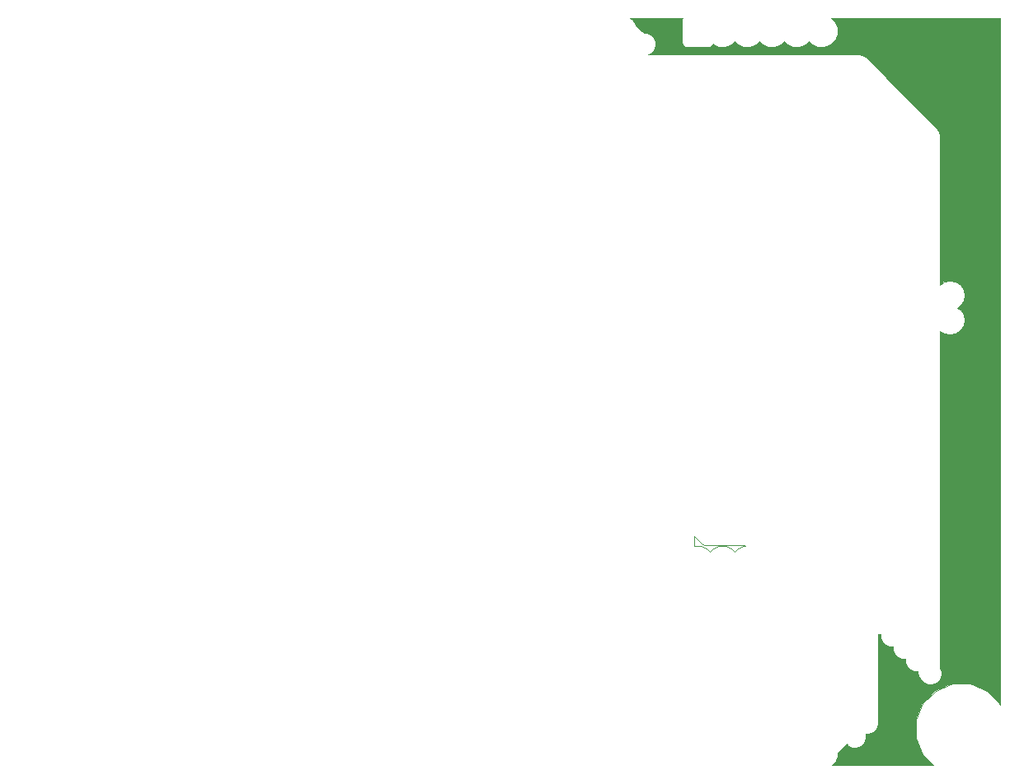
<source format=gbr>
From 4dbd135d68335d27f0f1607ddcc7fea5343f42c5 Mon Sep 17 00:00:00 2001
From: jaseg <git@jaseg.net>
Date: Sat, 10 Jun 2017 19:13:42 +0200
Subject: foo

---
 hw/chibi/chibi_2024/gerbers/chibi_2024-B.Cu.gbr | 740 ++++++++++++------------
 1 file changed, 369 insertions(+), 371 deletions(-)

(limited to 'hw/chibi/chibi_2024/gerbers/chibi_2024-B.Cu.gbr')

diff --git a/hw/chibi/chibi_2024/gerbers/chibi_2024-B.Cu.gbr b/hw/chibi/chibi_2024/gerbers/chibi_2024-B.Cu.gbr
index 656502e..2b7a2ea 100644
--- a/hw/chibi/chibi_2024/gerbers/chibi_2024-B.Cu.gbr
+++ b/hw/chibi/chibi_2024/gerbers/chibi_2024-B.Cu.gbr
@@ -1,7 +1,7 @@
 G04 #@! TF.FileFunction,Copper,L2,Bot,Signal*
 %FSLAX46Y46*%
 G04 Gerber Fmt 4.6, Leading zero omitted, Abs format (unit mm)*
-G04 Created by KiCad (PCBNEW 4.0.4-1.fc24-product) date Wed May 17 10:11:47 2017*
+G04 Created by KiCad (PCBNEW 4.0.4-1.fc24-product) date Wed May 17 21:12:50 2017*
 %MOMM*%
 %LPD*%
 G01*
@@ -497,6 +497,8 @@ X90055700Y-61404500D02*
 X89941400Y-61290200D01*
 X105994200Y-62014100D02*
 X92011500Y-62014100D01*
+X145161000Y-48260000D02*
+X143083000Y-46182000D01*
 X49974000Y-57358000D02*
 X51752000Y-55580000D01*
 X49974000Y-57866000D02*
@@ -505,8 +507,6 @@ X49974000Y-55516000D02*
 X50038000Y-55580000D01*
 X49974000Y-53548000D02*
 X49974000Y-55516000D01*
-X145161000Y-48260000D02*
-X143083000Y-46182000D01*
 X142430000Y-53167000D02*
 X140525000Y-51135000D01*
 X142430000Y-53548000D02*
@@ -2246,325 +2246,6 @@ X129500000Y-114250000D02*
 X124500000Y-114250000D01*
 D27*
 G36*
-X116497569Y-44452110D02*
-X116446560Y-44704000D01*
-X116446560Y-46736000D01*
-X116490838Y-46971317D01*
-X116629910Y-47187441D01*
-X116842110Y-47332431D01*
-X117094000Y-47383440D01*
-X119126000Y-47383440D01*
-X119361317Y-47339162D01*
-X119577441Y-47200090D01*
-X119674899Y-47057456D01*
-X119722637Y-47105278D01*
-X120323352Y-47354716D01*
-X120973795Y-47355284D01*
-X121574943Y-47106894D01*
-X121920199Y-46762241D01*
-X122262637Y-47105278D01*
-X122863352Y-47354716D01*
-X123513795Y-47355284D01*
-X124114943Y-47106894D01*
-X124460199Y-46762241D01*
-X124802637Y-47105278D01*
-X125403352Y-47354716D01*
-X126053795Y-47355284D01*
-X126654943Y-47106894D01*
-X127000199Y-46762241D01*
-X127342637Y-47105278D01*
-X127943352Y-47354716D01*
-X128593795Y-47355284D01*
-X129194943Y-47106894D01*
-X129540199Y-46762241D01*
-X129882637Y-47105278D01*
-X130483352Y-47354716D01*
-X131133795Y-47355284D01*
-X131734943Y-47106894D01*
-X132195278Y-46647363D01*
-X132444716Y-46046648D01*
-X132445284Y-45396205D01*
-X132196894Y-44795057D01*
-X131800530Y-44398000D01*
-X149150000Y-44398000D01*
-X149150000Y-114991703D01*
-X149092653Y-114852913D01*
-X147789945Y-113547929D01*
-X146087003Y-112840806D01*
-X144243086Y-112839197D01*
-X142538913Y-113543347D01*
-X141233929Y-114846055D01*
-X140526806Y-116548997D01*
-X140525197Y-118392914D01*
-X141229347Y-120097087D01*
-X142340319Y-121210000D01*
-X131927173Y-121210000D01*
-X132195278Y-120942363D01*
-X132444716Y-120341648D01*
-X132445027Y-119985105D01*
-X133413520Y-119016612D01*
-X133595235Y-119198645D01*
-X134012244Y-119371803D01*
-X134463775Y-119372197D01*
-X134881086Y-119199767D01*
-X135200645Y-118880765D01*
-X135373803Y-118463756D01*
-X135374197Y-118012225D01*
-X135374000Y-118011748D01*
-X135374000Y-117974883D01*
-X135733775Y-117975197D01*
-X136151086Y-117802767D01*
-X136470645Y-117483765D01*
-X136643803Y-117066756D01*
-X136644197Y-116615225D01*
-X136644000Y-116614748D01*
-X136644000Y-107687883D01*
-X136914000Y-107688119D01*
-X136914000Y-107822010D01*
-X136913803Y-108047775D01*
-X137086233Y-108465086D01*
-X137405235Y-108784645D01*
-X137822244Y-108957803D01*
-X138184000Y-108958119D01*
-X138184000Y-109092010D01*
-X138183803Y-109317775D01*
-X138356233Y-109735086D01*
-X138675235Y-110054645D01*
-X139092244Y-110227803D01*
-X139454000Y-110228119D01*
-X139454000Y-110362010D01*
-X139453803Y-110587775D01*
-X139626233Y-111005086D01*
-X139945235Y-111324645D01*
-X140362244Y-111497803D01*
-X140724000Y-111498119D01*
-X140724000Y-111633000D01*
-X140810397Y-112067346D01*
-X141005683Y-112359612D01*
-X141023233Y-112402086D01*
-X141055987Y-112434898D01*
-X141056434Y-112435566D01*
-X141183020Y-112562152D01*
-X141342235Y-112721645D01*
-X141759244Y-112894803D01*
-X142210775Y-112895197D01*
-X142628086Y-112722767D01*
-X142947645Y-112403765D01*
-X143120803Y-111986756D01*
-X143121197Y-111535225D01*
-X142994000Y-111227386D01*
-X142994000Y-91948991D01*
-X142994197Y-91723225D01*
-X142994000Y-91722748D01*
-X142994000Y-76541121D01*
-X143415152Y-76822526D01*
-X143988641Y-76936600D01*
-X144047359Y-76936600D01*
-X144620848Y-76822526D01*
-X145107029Y-76497670D01*
-X145431885Y-76011489D01*
-X145545959Y-75438000D01*
-X145431885Y-74864511D01*
-X145107029Y-74378330D01*
-X144792248Y-74168000D01*
-X145107029Y-73957670D01*
-X145431885Y-73471489D01*
-X145545959Y-72898000D01*
-X145431885Y-72324511D01*
-X145107029Y-71838330D01*
-X144620848Y-71513474D01*
-X144047359Y-71399400D01*
-X143988641Y-71399400D01*
-X143415152Y-71513474D01*
-X142994000Y-71794879D01*
-X142994000Y-56515000D01*
-X142907603Y-56080654D01*
-X142661566Y-55712434D01*
-X135422566Y-48473434D01*
-X135186433Y-48315655D01*
-X135054346Y-48227397D01*
-X134620000Y-48141000D01*
-X118110990Y-48141000D01*
-X117885225Y-48140803D01*
-X117884748Y-48141000D01*
-X112994546Y-48141000D01*
-X113265686Y-48028967D01*
-X113585245Y-47709965D01*
-X113758403Y-47292956D01*
-X113758797Y-46841425D01*
-X113586367Y-46424114D01*
-X113267365Y-46104555D01*
-X112850356Y-45931397D01*
-X112566179Y-45931149D01*
-X111943215Y-45308185D01*
-X111882233Y-45267438D01*
-X111767866Y-45191020D01*
-X111747526Y-45088766D01*
-X111422670Y-44602585D01*
-X111116487Y-44398000D01*
-X116534541Y-44398000D01*
-X116497569Y-44452110D01*
-X116497569Y-44452110D01*
-G37*
-X116497569Y-44452110D02*
-X116446560Y-44704000D01*
-X116446560Y-46736000D01*
-X116490838Y-46971317D01*
-X116629910Y-47187441D01*
-X116842110Y-47332431D01*
-X117094000Y-47383440D01*
-X119126000Y-47383440D01*
-X119361317Y-47339162D01*
-X119577441Y-47200090D01*
-X119674899Y-47057456D01*
-X119722637Y-47105278D01*
-X120323352Y-47354716D01*
-X120973795Y-47355284D01*
-X121574943Y-47106894D01*
-X121920199Y-46762241D01*
-X122262637Y-47105278D01*
-X122863352Y-47354716D01*
-X123513795Y-47355284D01*
-X124114943Y-47106894D01*
-X124460199Y-46762241D01*
-X124802637Y-47105278D01*
-X125403352Y-47354716D01*
-X126053795Y-47355284D01*
-X126654943Y-47106894D01*
-X127000199Y-46762241D01*
-X127342637Y-47105278D01*
-X127943352Y-47354716D01*
-X128593795Y-47355284D01*
-X129194943Y-47106894D01*
-X129540199Y-46762241D01*
-X129882637Y-47105278D01*
-X130483352Y-47354716D01*
-X131133795Y-47355284D01*
-X131734943Y-47106894D01*
-X132195278Y-46647363D01*
-X132444716Y-46046648D01*
-X132445284Y-45396205D01*
-X132196894Y-44795057D01*
-X131800530Y-44398000D01*
-X149150000Y-44398000D01*
-X149150000Y-114991703D01*
-X149092653Y-114852913D01*
-X147789945Y-113547929D01*
-X146087003Y-112840806D01*
-X144243086Y-112839197D01*
-X142538913Y-113543347D01*
-X141233929Y-114846055D01*
-X140526806Y-116548997D01*
-X140525197Y-118392914D01*
-X141229347Y-120097087D01*
-X142340319Y-121210000D01*
-X131927173Y-121210000D01*
-X132195278Y-120942363D01*
-X132444716Y-120341648D01*
-X132445027Y-119985105D01*
-X133413520Y-119016612D01*
-X133595235Y-119198645D01*
-X134012244Y-119371803D01*
-X134463775Y-119372197D01*
-X134881086Y-119199767D01*
-X135200645Y-118880765D01*
-X135373803Y-118463756D01*
-X135374197Y-118012225D01*
-X135374000Y-118011748D01*
-X135374000Y-117974883D01*
-X135733775Y-117975197D01*
-X136151086Y-117802767D01*
-X136470645Y-117483765D01*
-X136643803Y-117066756D01*
-X136644197Y-116615225D01*
-X136644000Y-116614748D01*
-X136644000Y-107687883D01*
-X136914000Y-107688119D01*
-X136914000Y-107822010D01*
-X136913803Y-108047775D01*
-X137086233Y-108465086D01*
-X137405235Y-108784645D01*
-X137822244Y-108957803D01*
-X138184000Y-108958119D01*
-X138184000Y-109092010D01*
-X138183803Y-109317775D01*
-X138356233Y-109735086D01*
-X138675235Y-110054645D01*
-X139092244Y-110227803D01*
-X139454000Y-110228119D01*
-X139454000Y-110362010D01*
-X139453803Y-110587775D01*
-X139626233Y-111005086D01*
-X139945235Y-111324645D01*
-X140362244Y-111497803D01*
-X140724000Y-111498119D01*
-X140724000Y-111633000D01*
-X140810397Y-112067346D01*
-X141005683Y-112359612D01*
-X141023233Y-112402086D01*
-X141055987Y-112434898D01*
-X141056434Y-112435566D01*
-X141183020Y-112562152D01*
-X141342235Y-112721645D01*
-X141759244Y-112894803D01*
-X142210775Y-112895197D01*
-X142628086Y-112722767D01*
-X142947645Y-112403765D01*
-X143120803Y-111986756D01*
-X143121197Y-111535225D01*
-X142994000Y-111227386D01*
-X142994000Y-91948991D01*
-X142994197Y-91723225D01*
-X142994000Y-91722748D01*
-X142994000Y-76541121D01*
-X143415152Y-76822526D01*
-X143988641Y-76936600D01*
-X144047359Y-76936600D01*
-X144620848Y-76822526D01*
-X145107029Y-76497670D01*
-X145431885Y-76011489D01*
-X145545959Y-75438000D01*
-X145431885Y-74864511D01*
-X145107029Y-74378330D01*
-X144792248Y-74168000D01*
-X145107029Y-73957670D01*
-X145431885Y-73471489D01*
-X145545959Y-72898000D01*
-X145431885Y-72324511D01*
-X145107029Y-71838330D01*
-X144620848Y-71513474D01*
-X144047359Y-71399400D01*
-X143988641Y-71399400D01*
-X143415152Y-71513474D01*
-X142994000Y-71794879D01*
-X142994000Y-56515000D01*
-X142907603Y-56080654D01*
-X142661566Y-55712434D01*
-X135422566Y-48473434D01*
-X135186433Y-48315655D01*
-X135054346Y-48227397D01*
-X134620000Y-48141000D01*
-X118110990Y-48141000D01*
-X117885225Y-48140803D01*
-X117884748Y-48141000D01*
-X112994546Y-48141000D01*
-X113265686Y-48028967D01*
-X113585245Y-47709965D01*
-X113758403Y-47292956D01*
-X113758797Y-46841425D01*
-X113586367Y-46424114D01*
-X113267365Y-46104555D01*
-X112850356Y-45931397D01*
-X112566179Y-45931149D01*
-X111943215Y-45308185D01*
-X111882233Y-45267438D01*
-X111767866Y-45191020D01*
-X111747526Y-45088766D01*
-X111422670Y-44602585D01*
-X111116487Y-44398000D01*
-X116534541Y-44398000D01*
-X116497569Y-44452110D01*
-G36*
 X65697569Y-44452110D02*
 X65646560Y-44704000D01*
 X65646560Y-46736000D01*
@@ -2732,8 +2413,8 @@ X55378945Y-113572929D01*
 X53676003Y-112865806D01*
 X51832086Y-112864197D01*
 X50127913Y-113568347D01*
-X48970000Y-114724241D01*
-X48970000Y-95362000D01*
+X49470000Y-114225113D01*
+X49470000Y-95362000D01*
 X49629560Y-95362000D01*
 X49629560Y-96662000D01*
 X49673838Y-96897317D01*
@@ -2755,8 +2436,8 @@ X50041683Y-94758838D01*
 X49825559Y-94897910D01*
 X49680569Y-95110110D01*
 X49629560Y-95362000D01*
-X48970000Y-95362000D01*
-X48970000Y-44398000D01*
+X49470000Y-95362000D01*
+X49470000Y-44398000D01*
 X65734541Y-44398000D01*
 X65697569Y-44452110D01*
 X65697569Y-44452110D01*
@@ -2928,8 +2609,8 @@ X55378945Y-113572929D01*
 X53676003Y-112865806D01*
 X51832086Y-112864197D01*
 X50127913Y-113568347D01*
-X48970000Y-114724241D01*
-X48970000Y-95362000D01*
+X49470000Y-114225113D01*
+X49470000Y-95362000D01*
 X49629560Y-95362000D01*
 X49629560Y-96662000D01*
 X49673838Y-96897317D01*
@@ -2951,11 +2632,328 @@ X50041683Y-94758838D01*
 X49825559Y-94897910D01*
 X49680569Y-95110110D01*
 X49629560Y-95362000D01*
-X48970000Y-95362000D01*
-X48970000Y-44398000D01*
+X49470000Y-95362000D01*
+X49470000Y-44398000D01*
 X65734541Y-44398000D01*
 X65697569Y-44452110D01*
 G36*
+X116497569Y-44452110D02*
+X116446560Y-44704000D01*
+X116446560Y-46736000D01*
+X116490838Y-46971317D01*
+X116629910Y-47187441D01*
+X116842110Y-47332431D01*
+X117094000Y-47383440D01*
+X119126000Y-47383440D01*
+X119361317Y-47339162D01*
+X119577441Y-47200090D01*
+X119674899Y-47057456D01*
+X119722637Y-47105278D01*
+X120323352Y-47354716D01*
+X120973795Y-47355284D01*
+X121574943Y-47106894D01*
+X121920199Y-46762241D01*
+X122262637Y-47105278D01*
+X122863352Y-47354716D01*
+X123513795Y-47355284D01*
+X124114943Y-47106894D01*
+X124460199Y-46762241D01*
+X124802637Y-47105278D01*
+X125403352Y-47354716D01*
+X126053795Y-47355284D01*
+X126654943Y-47106894D01*
+X127000199Y-46762241D01*
+X127342637Y-47105278D01*
+X127943352Y-47354716D01*
+X128593795Y-47355284D01*
+X129194943Y-47106894D01*
+X129540199Y-46762241D01*
+X129882637Y-47105278D01*
+X130483352Y-47354716D01*
+X131133795Y-47355284D01*
+X131734943Y-47106894D01*
+X132195278Y-46647363D01*
+X132444716Y-46046648D01*
+X132445284Y-45396205D01*
+X132196894Y-44795057D01*
+X131800530Y-44398000D01*
+X148150000Y-44398000D01*
+X148150000Y-113908613D01*
+X147789945Y-113547929D01*
+X146087003Y-112840806D01*
+X144243086Y-112839197D01*
+X142538913Y-113543347D01*
+X141233929Y-114846055D01*
+X140526806Y-116548997D01*
+X140525197Y-118392914D01*
+X141229347Y-120097087D01*
+X142340319Y-121210000D01*
+X131927173Y-121210000D01*
+X132195278Y-120942363D01*
+X132444716Y-120341648D01*
+X132445027Y-119985105D01*
+X133413520Y-119016612D01*
+X133595235Y-119198645D01*
+X134012244Y-119371803D01*
+X134463775Y-119372197D01*
+X134881086Y-119199767D01*
+X135200645Y-118880765D01*
+X135373803Y-118463756D01*
+X135374197Y-118012225D01*
+X135374000Y-118011748D01*
+X135374000Y-117974883D01*
+X135733775Y-117975197D01*
+X136151086Y-117802767D01*
+X136470645Y-117483765D01*
+X136643803Y-117066756D01*
+X136644197Y-116615225D01*
+X136644000Y-116614748D01*
+X136644000Y-107687883D01*
+X136914000Y-107688119D01*
+X136914000Y-107822010D01*
+X136913803Y-108047775D01*
+X137086233Y-108465086D01*
+X137405235Y-108784645D01*
+X137822244Y-108957803D01*
+X138184000Y-108958119D01*
+X138184000Y-109092010D01*
+X138183803Y-109317775D01*
+X138356233Y-109735086D01*
+X138675235Y-110054645D01*
+X139092244Y-110227803D01*
+X139454000Y-110228119D01*
+X139454000Y-110362010D01*
+X139453803Y-110587775D01*
+X139626233Y-111005086D01*
+X139945235Y-111324645D01*
+X140362244Y-111497803D01*
+X140724000Y-111498119D01*
+X140724000Y-111633000D01*
+X140810397Y-112067346D01*
+X141005683Y-112359612D01*
+X141023233Y-112402086D01*
+X141055987Y-112434898D01*
+X141056434Y-112435566D01*
+X141183020Y-112562152D01*
+X141342235Y-112721645D01*
+X141759244Y-112894803D01*
+X142210775Y-112895197D01*
+X142628086Y-112722767D01*
+X142947645Y-112403765D01*
+X143120803Y-111986756D01*
+X143121197Y-111535225D01*
+X142994000Y-111227386D01*
+X142994000Y-91948991D01*
+X142994197Y-91723225D01*
+X142994000Y-91722748D01*
+X142994000Y-76541121D01*
+X143415152Y-76822526D01*
+X143988641Y-76936600D01*
+X144047359Y-76936600D01*
+X144620848Y-76822526D01*
+X145107029Y-76497670D01*
+X145431885Y-76011489D01*
+X145545959Y-75438000D01*
+X145431885Y-74864511D01*
+X145107029Y-74378330D01*
+X144792248Y-74168000D01*
+X145107029Y-73957670D01*
+X145431885Y-73471489D01*
+X145545959Y-72898000D01*
+X145431885Y-72324511D01*
+X145107029Y-71838330D01*
+X144620848Y-71513474D01*
+X144047359Y-71399400D01*
+X143988641Y-71399400D01*
+X143415152Y-71513474D01*
+X142994000Y-71794879D01*
+X142994000Y-56515000D01*
+X142907603Y-56080654D01*
+X142661566Y-55712434D01*
+X135422566Y-48473434D01*
+X135186433Y-48315655D01*
+X135054346Y-48227397D01*
+X134620000Y-48141000D01*
+X118110990Y-48141000D01*
+X117885225Y-48140803D01*
+X117884748Y-48141000D01*
+X112994546Y-48141000D01*
+X113265686Y-48028967D01*
+X113585245Y-47709965D01*
+X113758403Y-47292956D01*
+X113758797Y-46841425D01*
+X113586367Y-46424114D01*
+X113267365Y-46104555D01*
+X112850356Y-45931397D01*
+X112566179Y-45931149D01*
+X111943215Y-45308185D01*
+X111882233Y-45267438D01*
+X111767866Y-45191020D01*
+X111747526Y-45088766D01*
+X111422670Y-44602585D01*
+X111116487Y-44398000D01*
+X116534541Y-44398000D01*
+X116497569Y-44452110D01*
+X116497569Y-44452110D01*
+G37*
+X116497569Y-44452110D02*
+X116446560Y-44704000D01*
+X116446560Y-46736000D01*
+X116490838Y-46971317D01*
+X116629910Y-47187441D01*
+X116842110Y-47332431D01*
+X117094000Y-47383440D01*
+X119126000Y-47383440D01*
+X119361317Y-47339162D01*
+X119577441Y-47200090D01*
+X119674899Y-47057456D01*
+X119722637Y-47105278D01*
+X120323352Y-47354716D01*
+X120973795Y-47355284D01*
+X121574943Y-47106894D01*
+X121920199Y-46762241D01*
+X122262637Y-47105278D01*
+X122863352Y-47354716D01*
+X123513795Y-47355284D01*
+X124114943Y-47106894D01*
+X124460199Y-46762241D01*
+X124802637Y-47105278D01*
+X125403352Y-47354716D01*
+X126053795Y-47355284D01*
+X126654943Y-47106894D01*
+X127000199Y-46762241D01*
+X127342637Y-47105278D01*
+X127943352Y-47354716D01*
+X128593795Y-47355284D01*
+X129194943Y-47106894D01*
+X129540199Y-46762241D01*
+X129882637Y-47105278D01*
+X130483352Y-47354716D01*
+X131133795Y-47355284D01*
+X131734943Y-47106894D01*
+X132195278Y-46647363D01*
+X132444716Y-46046648D01*
+X132445284Y-45396205D01*
+X132196894Y-44795057D01*
+X131800530Y-44398000D01*
+X148150000Y-44398000D01*
+X148150000Y-113908613D01*
+X147789945Y-113547929D01*
+X146087003Y-112840806D01*
+X144243086Y-112839197D01*
+X142538913Y-113543347D01*
+X141233929Y-114846055D01*
+X140526806Y-116548997D01*
+X140525197Y-118392914D01*
+X141229347Y-120097087D01*
+X142340319Y-121210000D01*
+X131927173Y-121210000D01*
+X132195278Y-120942363D01*
+X132444716Y-120341648D01*
+X132445027Y-119985105D01*
+X133413520Y-119016612D01*
+X133595235Y-119198645D01*
+X134012244Y-119371803D01*
+X134463775Y-119372197D01*
+X134881086Y-119199767D01*
+X135200645Y-118880765D01*
+X135373803Y-118463756D01*
+X135374197Y-118012225D01*
+X135374000Y-118011748D01*
+X135374000Y-117974883D01*
+X135733775Y-117975197D01*
+X136151086Y-117802767D01*
+X136470645Y-117483765D01*
+X136643803Y-117066756D01*
+X136644197Y-116615225D01*
+X136644000Y-116614748D01*
+X136644000Y-107687883D01*
+X136914000Y-107688119D01*
+X136914000Y-107822010D01*
+X136913803Y-108047775D01*
+X137086233Y-108465086D01*
+X137405235Y-108784645D01*
+X137822244Y-108957803D01*
+X138184000Y-108958119D01*
+X138184000Y-109092010D01*
+X138183803Y-109317775D01*
+X138356233Y-109735086D01*
+X138675235Y-110054645D01*
+X139092244Y-110227803D01*
+X139454000Y-110228119D01*
+X139454000Y-110362010D01*
+X139453803Y-110587775D01*
+X139626233Y-111005086D01*
+X139945235Y-111324645D01*
+X140362244Y-111497803D01*
+X140724000Y-111498119D01*
+X140724000Y-111633000D01*
+X140810397Y-112067346D01*
+X141005683Y-112359612D01*
+X141023233Y-112402086D01*
+X141055987Y-112434898D01*
+X141056434Y-112435566D01*
+X141183020Y-112562152D01*
+X141342235Y-112721645D01*
+X141759244Y-112894803D01*
+X142210775Y-112895197D01*
+X142628086Y-112722767D01*
+X142947645Y-112403765D01*
+X143120803Y-111986756D01*
+X143121197Y-111535225D01*
+X142994000Y-111227386D01*
+X142994000Y-91948991D01*
+X142994197Y-91723225D01*
+X142994000Y-91722748D01*
+X142994000Y-76541121D01*
+X143415152Y-76822526D01*
+X143988641Y-76936600D01*
+X144047359Y-76936600D01*
+X144620848Y-76822526D01*
+X145107029Y-76497670D01*
+X145431885Y-76011489D01*
+X145545959Y-75438000D01*
+X145431885Y-74864511D01*
+X145107029Y-74378330D01*
+X144792248Y-74168000D01*
+X145107029Y-73957670D01*
+X145431885Y-73471489D01*
+X145545959Y-72898000D01*
+X145431885Y-72324511D01*
+X145107029Y-71838330D01*
+X144620848Y-71513474D01*
+X144047359Y-71399400D01*
+X143988641Y-71399400D01*
+X143415152Y-71513474D01*
+X142994000Y-71794879D01*
+X142994000Y-56515000D01*
+X142907603Y-56080654D01*
+X142661566Y-55712434D01*
+X135422566Y-48473434D01*
+X135186433Y-48315655D01*
+X135054346Y-48227397D01*
+X134620000Y-48141000D01*
+X118110990Y-48141000D01*
+X117885225Y-48140803D01*
+X117884748Y-48141000D01*
+X112994546Y-48141000D01*
+X113265686Y-48028967D01*
+X113585245Y-47709965D01*
+X113758403Y-47292956D01*
+X113758797Y-46841425D01*
+X113586367Y-46424114D01*
+X113267365Y-46104555D01*
+X112850356Y-45931397D01*
+X112566179Y-45931149D01*
+X111943215Y-45308185D01*
+X111882233Y-45267438D01*
+X111767866Y-45191020D01*
+X111747526Y-45088766D01*
+X111422670Y-44602585D01*
+X111116487Y-44398000D01*
+X116534541Y-44398000D01*
+X116497569Y-44452110D01*
+G36*
 X96243033Y-77883486D02*
 X96562035Y-78203045D01*
 X96979044Y-78376203D01*
@@ -4486,6 +4484,47 @@ X129194943Y-101716894D01*
 X129540199Y-101372241D01*
 X129882637Y-101715278D01*
 G36*
+X118512399Y-98378201D02*
+X118758960Y-98542948D01*
+X119049800Y-98600800D01*
+X122925998Y-98600800D01*
+X123020048Y-98694850D01*
+X122866205Y-98694716D01*
+X122265057Y-98943106D01*
+X121919801Y-99287759D01*
+X121577363Y-98944722D01*
+X120976648Y-98695284D01*
+X120326205Y-98694716D01*
+X119725057Y-98943106D01*
+X119379801Y-99287759D01*
+X119037363Y-98944722D01*
+X118436648Y-98695284D01*
+X117786205Y-98694716D01*
+X117777800Y-98698189D01*
+X117777800Y-97643602D01*
+X118512399Y-98378201D01*
+X118512399Y-98378201D01*
+G37*
+X118512399Y-98378201D02*
+X118758960Y-98542948D01*
+X119049800Y-98600800D01*
+X122925998Y-98600800D01*
+X123020048Y-98694850D01*
+X122866205Y-98694716D01*
+X122265057Y-98943106D01*
+X121919801Y-99287759D01*
+X121577363Y-98944722D01*
+X120976648Y-98695284D01*
+X120326205Y-98694716D01*
+X119725057Y-98943106D01*
+X119379801Y-99287759D01*
+X119037363Y-98944722D01*
+X118436648Y-98695284D01*
+X117786205Y-98694716D01*
+X117777800Y-98698189D01*
+X117777800Y-97643602D01*
+X118512399Y-98378201D01*
+G36*
 X131707000Y-98932114D02*
 X131136648Y-98695284D01*
 X130486205Y-98694716D01*
@@ -4541,47 +4580,6 @@ X131133795Y-86725284D01*
 X131707000Y-86488440D01*
 X131707000Y-98932114D01*
 G36*
-X118512399Y-98378201D02*
-X118758960Y-98542948D01*
-X119049800Y-98600800D01*
-X122925998Y-98600800D01*
-X123020048Y-98694850D01*
-X122866205Y-98694716D01*
-X122265057Y-98943106D01*
-X121919801Y-99287759D01*
-X121577363Y-98944722D01*
-X120976648Y-98695284D01*
-X120326205Y-98694716D01*
-X119725057Y-98943106D01*
-X119379801Y-99287759D01*
-X119037363Y-98944722D01*
-X118436648Y-98695284D01*
-X117786205Y-98694716D01*
-X117777800Y-98698189D01*
-X117777800Y-97643602D01*
-X118512399Y-98378201D01*
-X118512399Y-98378201D01*
-G37*
-X118512399Y-98378201D02*
-X118758960Y-98542948D01*
-X119049800Y-98600800D01*
-X122925998Y-98600800D01*
-X123020048Y-98694850D01*
-X122866205Y-98694716D01*
-X122265057Y-98943106D01*
-X121919801Y-99287759D01*
-X121577363Y-98944722D01*
-X120976648Y-98695284D01*
-X120326205Y-98694716D01*
-X119725057Y-98943106D01*
-X119379801Y-99287759D01*
-X119037363Y-98944722D01*
-X118436648Y-98695284D01*
-X117786205Y-98694716D01*
-X117777800Y-98698189D01*
-X117777800Y-97643602D01*
-X118512399Y-98378201D01*
-G36*
 X117350000Y-74736802D02*
 X117350000Y-79189953D01*
 X117185057Y-79258106D01*
-- 
cgit 


</source>
